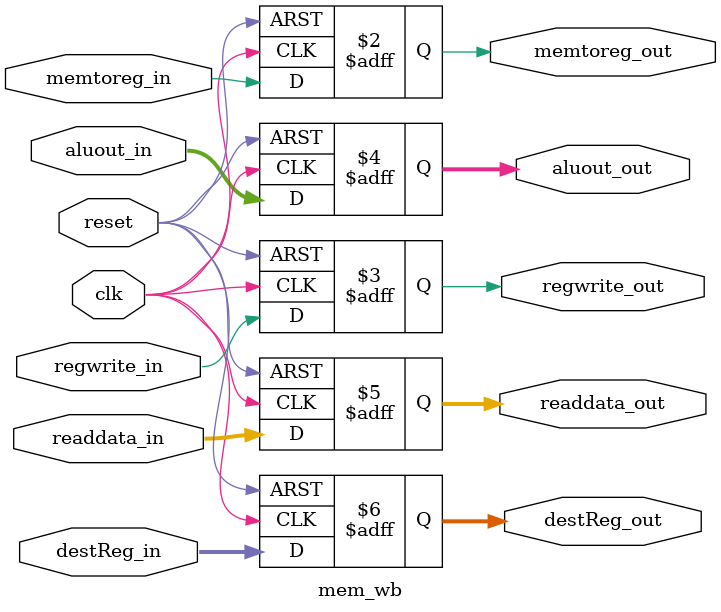
<source format=sv>
module mem_wb(
    input  logic        clk,
    input  logic        reset,
    // Control in
    input  logic        memtoreg_in,
    input  logic        regwrite_in,
    // Data in
    input  logic [31:0] aluout_in,
    input  logic [31:0] readdata_in,
    input  logic [4:0]  destReg_in,
    // outputs
    output logic        memtoreg_out,
    output logic        regwrite_out,
    output logic [31:0] aluout_out,
    output logic [31:0] readdata_out,
    output logic [4:0]  destReg_out
);

    always_ff @(posedge clk or posedge reset) begin
        if (reset) begin
            memtoreg_out <= '0;
            regwrite_out <= '0;
            aluout_out   <= '0;
            readdata_out <= '0;
            destReg_out  <= '0;
        end else begin
            memtoreg_out <= memtoreg_in;
            regwrite_out <= regwrite_in;
            aluout_out   <= aluout_in;
            readdata_out <= readdata_in;
            destReg_out  <= destReg_in;
        end
    end
endmodule

</source>
